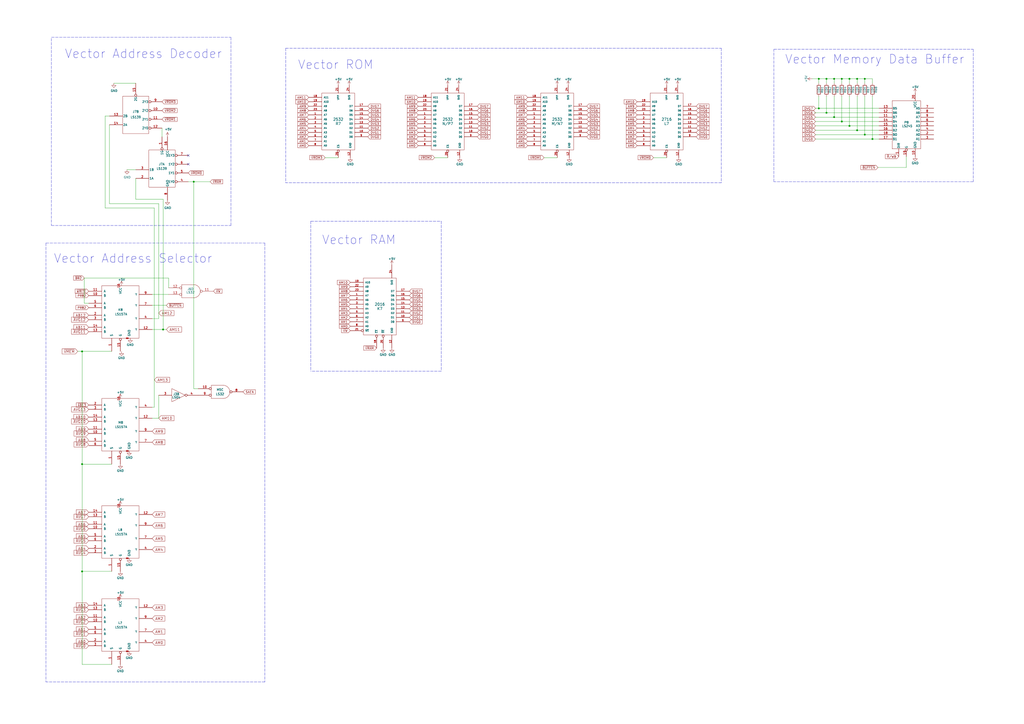
<source format=kicad_sch>
(kicad_sch (version 20211123) (generator eeschema)
  (paper "A2")
  (junction (at 47.625 331.47))
  (junction (at 488.315 70.485))
  (junction (at 497.205 75.565))
  (junction (at 492.76 73.025))
  (junction (at 488.315 45.72))
  (junction (at 497.205 45.72))
  (junction (at 483.87 45.72))
  (junction (at 479.425 65.405))
  (junction (at 501.65 78.105))
  (junction (at 479.425 45.72))
  (junction (at 474.98 62.865))
  (junction (at 492.76 45.72))
  (junction (at 47.625 203.835))
  (junction (at 506.095 80.645))
  (junction (at 483.87 67.945))
  (junction (at 474.98 45.72))
  (junction (at 112.395 105.41))
  (junction (at 501.65 45.72))
  (junction (at 47.625 269.24))
  (junction (at 94.615 191.135))
  (no_connect (at 109.22 90.17))
  (no_connect (at 109.22 95.25))
  (wire (pts (xy 473.075 62.865) (xy 474.98 62.865)))
  (wire (pts (xy 88.265 191.135) (xy 94.615 191.135)))
  (wire (pts (xy 60.96 120.65) (xy 60.96 67.31)))
  (wire (pts (xy 506.095 55.88) (xy 506.095 80.645)))
  (wire (pts (xy 94.615 115.57) (xy 78.74 115.57)))
  (polyline (pts (xy 29.845 130.81) (xy 133.985 130.81)))
  (wire (pts (xy 88.265 184.785) (xy 92.075 184.785)))
  (polyline (pts (xy 255.905 215.265) (xy 180.34 215.265)))
  (polyline (pts (xy 29.845 22.225) (xy 29.845 130.81)))
  (polyline (pts (xy 448.945 28.575) (xy 564.515 28.575)))
  (wire (pts (xy 483.87 45.72) (xy 483.87 48.26)))
  (wire (pts (xy 64.77 269.24) (xy 47.625 269.24)))
  (wire (pts (xy 483.87 45.72) (xy 488.315 45.72)))
  (wire (pts (xy 497.205 45.72) (xy 497.205 48.26)))
  (wire (pts (xy 479.425 45.72) (xy 483.87 45.72)))
  (wire (pts (xy 474.98 45.72) (xy 479.425 45.72)))
  (wire (pts (xy 479.425 45.72) (xy 479.425 48.26)))
  (wire (pts (xy 112.395 105.41) (xy 112.395 225.425)))
  (wire (pts (xy 497.205 55.88) (xy 497.205 75.565)))
  (wire (pts (xy 488.315 45.72) (xy 492.76 45.72)))
  (polyline (pts (xy 180.34 128.27) (xy 255.905 128.27)))
  (wire (pts (xy 473.075 78.105) (xy 501.65 78.105)))
  (polyline (pts (xy 153.67 140.97) (xy 153.67 395.605)))
  (wire (pts (xy 47.625 269.24) (xy 47.625 203.835)))
  (wire (pts (xy 94.615 191.135) (xy 94.615 115.57)))
  (wire (pts (xy 88.265 177.165) (xy 96.52 177.165)))
  (wire (pts (xy 525.78 90.805) (xy 525.78 97.155)))
  (wire (pts (xy 473.075 67.945) (xy 483.87 67.945)))
  (wire (pts (xy 47.625 203.835) (xy 64.77 203.835)))
  (wire (pts (xy 92.075 118.11) (xy 63.5 118.11)))
  (wire (pts (xy 112.395 105.41) (xy 121.92 105.41)))
  (wire (pts (xy 488.315 70.485) (xy 509.905 70.485)))
  (wire (pts (xy 473.075 73.025) (xy 492.76 73.025)))
  (wire (pts (xy 474.98 45.72) (xy 474.98 48.26)))
  (wire (pts (xy 492.76 55.88) (xy 492.76 73.025)))
  (wire (pts (xy 492.76 45.72) (xy 497.205 45.72)))
  (wire (pts (xy 492.76 73.025) (xy 509.905 73.025)))
  (wire (pts (xy 48.895 161.29) (xy 97.79 161.29)))
  (wire (pts (xy 92.075 184.785) (xy 92.075 118.11)))
  (wire (pts (xy 92.075 242.57) (xy 92.075 229.235)))
  (wire (pts (xy 73.66 98.425) (xy 78.74 98.425)))
  (wire (pts (xy 474.98 55.88) (xy 474.98 62.865)))
  (wire (pts (xy 252.095 91.44) (xy 259.715 91.44)))
  (polyline (pts (xy 153.67 395.605) (xy 26.67 395.605)))
  (wire (pts (xy 112.395 225.425) (xy 114.935 225.425)))
  (wire (pts (xy 492.76 45.72) (xy 492.76 48.26)))
  (wire (pts (xy 48.895 161.29) (xy 48.895 175.895)))
  (wire (pts (xy 188.595 91.44) (xy 196.215 91.44)))
  (wire (pts (xy 88.265 242.57) (xy 92.075 242.57)))
  (wire (pts (xy 63.5 118.11) (xy 63.5 72.39)))
  (polyline (pts (xy 180.34 128.27) (xy 180.34 215.265)))
  (wire (pts (xy 47.625 331.47) (xy 47.625 385.445)))
  (polyline (pts (xy 564.515 105.41) (xy 448.945 105.41)))
  (polyline (pts (xy 418.465 106.045) (xy 165.735 106.045)))
  (wire (pts (xy 379.095 91.44) (xy 386.715 91.44)))
  (wire (pts (xy 45.085 203.835) (xy 47.625 203.835)))
  (wire (pts (xy 472.44 65.405) (xy 479.425 65.405)))
  (wire (pts (xy 525.78 97.155) (xy 509.27 97.155)))
  (polyline (pts (xy 29.845 21.59) (xy 133.985 21.59)))
  (polyline (pts (xy 448.945 105.41) (xy 448.945 28.575)))
  (polyline (pts (xy 165.735 27.94) (xy 418.465 27.94)))
  (wire (pts (xy 479.425 55.88) (xy 479.425 65.405)))
  (wire (pts (xy 497.205 45.72) (xy 501.65 45.72)))
  (wire (pts (xy 78.74 115.57) (xy 78.74 103.505)))
  (wire (pts (xy 483.87 55.88) (xy 483.87 67.945)))
  (wire (pts (xy 473.075 80.645) (xy 506.095 80.645)))
  (polyline (pts (xy 165.735 27.94) (xy 165.735 106.045)))
  (polyline (pts (xy 26.67 140.97) (xy 26.67 395.605)))
  (wire (pts (xy 488.315 45.72) (xy 488.315 48.26)))
  (wire (pts (xy 473.075 75.565) (xy 497.205 75.565)))
  (wire (pts (xy 66.04 48.26) (xy 78.74 48.26)))
  (wire (pts (xy 501.65 45.72) (xy 506.095 45.72)))
  (wire (pts (xy 315.595 91.44) (xy 323.215 91.44)))
  (polyline (pts (xy 26.67 140.97) (xy 153.67 140.97)))
  (wire (pts (xy 93.98 74.295) (xy 93.98 79.375)))
  (wire (pts (xy 501.65 45.72) (xy 501.65 48.26)))
  (polyline (pts (xy 133.985 130.81) (xy 133.985 21.59)))
  (wire (pts (xy 47.625 269.24) (xy 47.625 331.47)))
  (wire (pts (xy 479.425 65.405) (xy 509.905 65.405)))
  (wire (pts (xy 473.075 70.485) (xy 488.315 70.485)))
  (wire (pts (xy 497.205 75.565) (xy 509.905 75.565)))
  (polyline (pts (xy 564.515 28.575) (xy 564.515 105.41)))
  (wire (pts (xy 89.535 236.22) (xy 89.535 120.65)))
  (wire (pts (xy 506.095 80.645) (xy 509.905 80.645)))
  (wire (pts (xy 88.265 170.815) (xy 97.79 170.815)))
  (polyline (pts (xy 418.465 27.94) (xy 418.465 106.045)))
  (wire (pts (xy 47.625 331.47) (xy 64.77 331.47)))
  (polyline (pts (xy 255.905 128.27) (xy 255.905 215.265)))
  (wire (pts (xy 501.65 78.105) (xy 509.905 78.105)))
  (wire (pts (xy 109.22 105.41) (xy 112.395 105.41)))
  (wire (pts (xy 48.895 175.895) (xy 51.435 175.895)))
  (wire (pts (xy 94.615 191.135) (xy 96.52 191.135)))
  (wire (pts (xy 474.98 62.865) (xy 509.905 62.865)))
  (wire (pts (xy 488.315 55.88) (xy 488.315 70.485)))
  (wire (pts (xy 97.79 161.29) (xy 97.79 167.005)))
  (wire (pts (xy 88.265 236.22) (xy 89.535 236.22)))
  (wire (pts (xy 47.625 385.445) (xy 64.77 385.445)))
  (wire (pts (xy 501.65 55.88) (xy 501.65 78.105)))
  (wire (pts (xy 483.87 67.945) (xy 509.905 67.945)))
  (wire (pts (xy 506.095 45.72) (xy 506.095 48.26)))
  (wire (pts (xy 89.535 120.65) (xy 60.96 120.65)))
  (wire (pts (xy 60.96 67.31) (xy 63.5 67.31)))
  (wire (pts (xy 471.17 45.72) (xy 474.98 45.72)))
  (text "Vector RAM" (at 186.69 142.24 0) (effects (font (size 5.08 5.08)) (justify left bottom)))
  (text "Vector ROM\n" (at 172.72 40.64 0) (effects (font (size 5.08 5.08)) (justify left bottom)))
  (text "Vector Address Selector\n" (at 31.115 153.035 0) (effects (font (size 5.08 5.08)) (justify left bottom)))
  (text "Vector Address Decoder\n" (at 37.465 34.29 0) (effects (font (size 5.08 5.08)) (justify left bottom)))
  (text "Vector Memory Data Buffer" (at 455.295 37.465 0) (effects (font (size 5.08 5.08)) (justify left bottom)))
  (global_label "~{BUFFEN}" (shape input) (at 96.52 177.165 0) (property "Intersheet References" "${INTERSHEET_REFS}" (effects hide)))
  (global_label "~{VROM0}" (shape input) (at 379.095 91.44 180) (effects (font (size 1.3 1.3))) (property "Intersheet References" "${INTERSHEET_REFS}" (effects hide)))
  (global_label "AM3" (shape input) (at 179.07 76.835 180) (effects (font (size 1.3 1.3))) (property "Intersheet References" "${INTERSHEET_REFS}" (effects hide)))
  (global_label "DVG2" (shape input) (at 276.86 74.295 0) (effects (font (size 1.3 1.3))) (property "Intersheet References" "${INTERSHEET_REFS}" (effects hide)))
  (global_label "AB12" (shape input) (at 51.435 182.88 180) (effects (font (size 1.524 1.524))) (property "Intersheet References" "${INTERSHEET_REFS}" (effects hide)))
  (global_label "DVG1" (shape input) (at 340.36 76.835 0) (effects (font (size 1.3 1.3))) (property "Intersheet References" "${INTERSHEET_REFS}" (effects hide)))
  (global_label "DVG4" (shape input) (at 276.86 69.215 0) (effects (font (size 1.3 1.3))) (property "Intersheet References" "${INTERSHEET_REFS}" (effects hide)))
  (global_label "AM7" (shape input) (at 369.57 66.675 180) (effects (font (size 1.3 1.3))) (property "Intersheet References" "${INTERSHEET_REFS}" (effects hide)))
  (global_label "AB7" (shape input) (at 51.435 297.18 180) (effects (font (size 1.524 1.524))) (property "Intersheet References" "${INTERSHEET_REFS}" (effects hide)))
  (global_label "DVG6" (shape input) (at 276.86 64.135 0) (effects (font (size 1.3 1.3))) (property "Intersheet References" "${INTERSHEET_REFS}" (effects hide)))
  (global_label "AM2" (shape input) (at 369.57 79.375 180) (effects (font (size 1.3 1.3))) (property "Intersheet References" "${INTERSHEET_REFS}" (effects hide)))
  (global_label "DVG3" (shape input) (at 340.36 71.755 0) (effects (font (size 1.3 1.3))) (property "Intersheet References" "${INTERSHEET_REFS}" (effects hide)))
  (global_label "AM6" (shape input) (at 242.57 69.215 180) (effects (font (size 1.3 1.3))) (property "Intersheet References" "${INTERSHEET_REFS}" (effects hide)))
  (global_label "~{VROM1}" (shape input) (at 93.98 69.215 0) (property "Intersheet References" "${INTERSHEET_REFS}" (effects hide)))
  (global_label "AM8" (shape input) (at 369.57 64.135 180) (effects (font (size 1.3 1.3))) (property "Intersheet References" "${INTERSHEET_REFS}" (effects hide)))
  (global_label "AM11" (shape input) (at 242.57 56.515 180) (effects (font (size 1.3 1.3))) (property "Intersheet References" "${INTERSHEET_REFS}" (effects hide)))
  (global_label "DVG6" (shape input) (at 213.36 64.135 0) (effects (font (size 1.3 1.3))) (property "Intersheet References" "${INTERSHEET_REFS}" (effects hide)))
  (global_label "AVG1" (shape input) (at 51.435 367.665 180) (effects (font (size 1.524 1.524))) (property "Intersheet References" "${INTERSHEET_REFS}" (effects hide)))
  (global_label "AM6" (shape input) (at 88.265 304.8 0) (effects (font (size 1.524 1.524))) (property "Intersheet References" "${INTERSHEET_REFS}" (effects hide)))
  (global_label "AM11" (shape input) (at 179.07 56.515 180) (effects (font (size 1.3 1.3))) (property "Intersheet References" "${INTERSHEET_REFS}" (effects hide)))
  (global_label "DVG1" (shape input) (at 213.36 76.835 0) (effects (font (size 1.3 1.3))) (property "Intersheet References" "${INTERSHEET_REFS}" (effects hide)))
  (global_label "AM9" (shape input) (at 179.07 61.595 180) (effects (font (size 1.3 1.3))) (property "Intersheet References" "${INTERSHEET_REFS}" (effects hide)))
  (global_label "AM1" (shape input) (at 179.07 81.915 180) (effects (font (size 1.3 1.3))) (property "Intersheet References" "${INTERSHEET_REFS}" (effects hide)))
  (global_label "~{VW}" (shape input) (at 123.825 168.91 0) (property "Intersheet References" "${INTERSHEET_REFS}" (effects hide)))
  (global_label "AM1" (shape input) (at 88.265 366.395 0) (effects (font (size 1.524 1.524))) (property "Intersheet References" "${INTERSHEET_REFS}" (effects hide)))
  (global_label "AM0" (shape input) (at 179.07 84.455 180) (effects (font (size 1.3 1.3))) (property "Intersheet References" "${INTERSHEET_REFS}" (effects hide)))
  (global_label "~{VROM3}" (shape input) (at 93.98 59.055 0) (property "Intersheet References" "${INTERSHEET_REFS}" (effects hide)))
  (global_label "AVG0" (shape input) (at 51.435 374.65 180) (effects (font (size 1.524 1.524))) (property "Intersheet References" "${INTERSHEET_REFS}" (effects hide)))
  (global_label "AM5" (shape input) (at 88.265 312.42 0) (effects (font (size 1.524 1.524))) (property "Intersheet References" "${INTERSHEET_REFS}" (effects hide)))
  (global_label "DVG4" (shape input) (at 340.36 69.215 0) (effects (font (size 1.3 1.3))) (property "Intersheet References" "${INTERSHEET_REFS}" (effects hide)))
  (global_label "AVG5" (shape input) (at 51.435 313.69 180) (effects (font (size 1.524 1.524))) (property "Intersheet References" "${INTERSHEET_REFS}" (effects hide)))
  (global_label "AM7" (shape input) (at 242.57 66.675 180) (effects (font (size 1.3 1.3))) (property "Intersheet References" "${INTERSHEET_REFS}" (effects hide)))
  (global_label "DVG6" (shape input) (at 237.49 171.45 0) (effects (font (size 1.3 1.3))) (property "Intersheet References" "${INTERSHEET_REFS}" (effects hide)))
  (global_label "~{VROM1}" (shape input) (at 315.595 91.44 180) (effects (font (size 1.3 1.3))) (property "Intersheet References" "${INTERSHEET_REFS}" (effects hide)))
  (global_label "~{VMEM}" (shape input) (at 45.085 203.835 180) (effects (font (size 1.524 1.524))) (property "Intersheet References" "${INTERSHEET_REFS}" (effects hide)))
  (global_label "AM0" (shape input) (at 306.07 84.455 180) (effects (font (size 1.3 1.3))) (property "Intersheet References" "${INTERSHEET_REFS}" (effects hide)))
  (global_label "AVG2" (shape input) (at 51.435 360.68 180) (effects (font (size 1.524 1.524))) (property "Intersheet References" "${INTERSHEET_REFS}" (effects hide)))
  (global_label "AVG11" (shape input) (at 51.435 192.405 180) (effects (font (size 1.524 1.524))) (property "Intersheet References" "${INTERSHEET_REFS}" (effects hide)))
  (global_label "AM5" (shape input) (at 306.07 71.755 180) (effects (font (size 1.3 1.3))) (property "Intersheet References" "${INTERSHEET_REFS}" (effects hide)))
  (global_label "DVG4" (shape input) (at 213.36 69.215 0) (effects (font (size 1.3 1.3))) (property "Intersheet References" "${INTERSHEET_REFS}" (effects hide)))
  (global_label "AB3" (shape input) (at 51.435 351.155 180) (effects (font (size 1.524 1.524))) (property "Intersheet References" "${INTERSHEET_REFS}" (effects hide)))
  (global_label "DVG6" (shape input) (at 403.86 64.135 0) (effects (font (size 1.3 1.3))) (property "Intersheet References" "${INTERSHEET_REFS}" (effects hide)))
  (global_label "DVG7" (shape input) (at 276.86 61.595 0) (effects (font (size 1.3 1.3))) (property "Intersheet References" "${INTERSHEET_REFS}" (effects hide)))
  (global_label "AM1" (shape input) (at 242.57 81.915 180) (effects (font (size 1.3 1.3))) (property "Intersheet References" "${INTERSHEET_REFS}" (effects hide)))
  (global_label "AB9" (shape input) (at 51.435 248.92 180) (effects (font (size 1.524 1.524))) (property "Intersheet References" "${INTERSHEET_REFS}" (effects hide)))
  (global_label "AM7" (shape input) (at 88.265 298.45 0) (effects (font (size 1.524 1.524))) (property "Intersheet References" "${INTERSHEET_REFS}" (effects hide)))
  (global_label "~{AB13}" (shape input) (at 51.435 234.95 180) (property "Intersheet References" "${INTERSHEET_REFS}" (effects hide)))
  (global_label "DVG2" (shape input) (at 213.36 74.295 0) (effects (font (size 1.3 1.3))) (property "Intersheet References" "${INTERSHEET_REFS}" (effects hide)))
  (global_label "DVG4" (shape input) (at 403.86 69.215 0) (effects (font (size 1.3 1.3))) (property "Intersheet References" "${INTERSHEET_REFS}" (effects hide)))
  (global_label "AM2" (shape input) (at 88.265 358.775 0) (effects (font (size 1.524 1.524))) (property "Intersheet References" "${INTERSHEET_REFS}" (effects hide)))
  (global_label "DVG3" (shape input) (at 276.86 71.755 0) (effects (font (size 1.3 1.3))) (property "Intersheet References" "${INTERSHEET_REFS}" (effects hide)))
  (global_label "AVG7" (shape input) (at 51.435 299.72 180) (effects (font (size 1.524 1.524))) (property "Intersheet References" "${INTERSHEET_REFS}" (effects hide)))
  (global_label "AM10" (shape input) (at 242.57 59.055 180) (effects (font (size 1.3 1.3))) (property "Intersheet References" "${INTERSHEET_REFS}" (effects hide)))
  (global_label "AM2" (shape input) (at 179.07 79.375 180) (effects (font (size 1.3 1.3))) (property "Intersheet References" "${INTERSHEET_REFS}" (effects hide)))
  (global_label "DVG7" (shape input) (at 237.49 168.91 0) (effects (font (size 1.3 1.3))) (property "Intersheet References" "${INTERSHEET_REFS}" (effects hide)))
  (global_label "DVG1" (shape input) (at 403.86 76.835 0) (effects (font (size 1.3 1.3))) (property "Intersheet References" "${INTERSHEET_REFS}" (effects hide)))
  (global_label "AM4" (shape input) (at 179.07 74.295 180) (effects (font (size 1.3 1.3))) (property "Intersheet References" "${INTERSHEET_REFS}" (effects hide)))
  (global_label "AM10" (shape input) (at 203.2 163.83 180) (effects (font (size 1.3 1.3))) (property "Intersheet References" "${INTERSHEET_REFS}" (effects hide)))
  (global_label "AM6" (shape input) (at 179.07 69.215 180) (effects (font (size 1.3 1.3))) (property "Intersheet References" "${INTERSHEET_REFS}" (effects hide)))
  (global_label "PR82" (shape input) (at 51.435 171.45 180) (property "Intersheet References" "${INTERSHEET_REFS}" (effects hide)))
  (global_label "DVG1" (shape input) (at 276.86 76.835 0) (effects (font (size 1.3 1.3))) (property "Intersheet References" "${INTERSHEET_REFS}" (effects hide)))
  (global_label "DVG0" (shape input) (at 213.36 79.375 0) (effects (font (size 1.3 1.3))) (property "Intersheet References" "${INTERSHEET_REFS}" (effects hide)))
  (global_label "SAEN" (shape input) (at 140.97 227.33 0) (property "Intersheet References" "${INTERSHEET_REFS}" (effects hide)))
  (global_label "AVG12" (shape input) (at 51.435 185.42 180) (effects (font (size 1.524 1.524))) (property "Intersheet References" "${INTERSHEET_REFS}" (effects hide)))
  (global_label "DVG4" (shape input) (at 237.49 176.53 0) (effects (font (size 1.3 1.3))) (property "Intersheet References" "${INTERSHEET_REFS}" (effects hide)))
  (global_label "AM10" (shape input) (at 179.07 59.055 180) (effects (font (size 1.3 1.3))) (property "Intersheet References" "${INTERSHEET_REFS}" (effects hide)))
  (global_label "AM0" (shape input) (at 203.2 189.23 180) (effects (font (size 1.3 1.3))) (property "Intersheet References" "${INTERSHEET_REFS}" (effects hide)))
  (global_label "AM2" (shape input) (at 306.07 79.375 180) (effects (font (size 1.3 1.3))) (property "Intersheet References" "${INTERSHEET_REFS}" (effects hide)))
  (global_label "~{R}{slash}WB" (shape input) (at 521.335 90.805 180) (property "Intersheet References" "${INTERSHEET_REFS}" (effects hide)))
  (global_label "DVG2" (shape input) (at 340.36 74.295 0) (effects (font (size 1.3 1.3))) (property "Intersheet References" "${INTERSHEET_REFS}" (effects hide)))
  (global_label "AM9" (shape input) (at 203.2 166.37 180) (effects (font (size 1.3 1.3))) (property "Intersheet References" "${INTERSHEET_REFS}" (effects hide)))
  (global_label "~{WRITE}" (shape input) (at 51.435 168.91 180) (property "Intersheet References" "${INTERSHEET_REFS}" (effects hide)))
  (global_label "DVG5" (shape input) (at 213.36 66.675 0) (effects (font (size 1.3 1.3))) (property "Intersheet References" "${INTERSHEET_REFS}" (effects hide)))
  (global_label "AM9" (shape input) (at 242.57 61.595 180) (effects (font (size 1.3 1.3))) (property "Intersheet References" "${INTERSHEET_REFS}" (effects hide)))
  (global_label "AB2" (shape input) (at 51.435 358.14 180) (effects (font (size 1.524 1.524))) (property "Intersheet References" "${INTERSHEET_REFS}" (effects hide)))
  (global_label "AM6" (shape input) (at 369.57 69.215 180) (effects (font (size 1.3 1.3))) (property "Intersheet References" "${INTERSHEET_REFS}" (effects hide)))
  (global_label "AB10" (shape input) (at 51.435 241.935 180) (effects (font (size 1.524 1.524))) (property "Intersheet References" "${INTERSHEET_REFS}" (effects hide)))
  (global_label "DVG2" (shape input) (at 403.86 74.295 0) (effects (font (size 1.3 1.3))) (property "Intersheet References" "${INTERSHEET_REFS}" (effects hide)))
  (global_label "AM3" (shape input) (at 242.57 76.835 180) (effects (font (size 1.3 1.3))) (property "Intersheet References" "${INTERSHEET_REFS}" (effects hide)))
  (global_label "DVG3" (shape input) (at 473.075 73.025 180) (effects (font (size 1.3 1.3))) (property "Intersheet References" "${INTERSHEET_REFS}" (effects hide)))
  (global_label "AVG3" (shape input) (at 51.435 353.695 180) (effects (font (size 1.524 1.524))) (property "Intersheet References" "${INTERSHEET_REFS}" (effects hide)))
  (global_label "DVG0" (shape input) (at 340.36 79.375 0) (effects (font (size 1.3 1.3))) (property "Intersheet References" "${INTERSHEET_REFS}" (effects hide)))
  (global_label "AM5" (shape input) (at 179.07 71.755 180) (effects (font (size 1.3 1.3))) (property "Intersheet References" "${INTERSHEET_REFS}" (effects hide)))
  (global_label "AB5" (shape input) (at 51.435 311.15 180) (effects (font (size 1.524 1.524))) (property "Intersheet References" "${INTERSHEET_REFS}" (effects hide)))
  (global_label "DVG0" (shape input) (at 473.075 80.645 180) (effects (font (size 1.3 1.3))) (property "Intersheet References" "${INTERSHEET_REFS}" (effects hide)))
  (global_label "~{VROM2}" (shape input) (at 93.98 64.135 0) (property "Intersheet References" "${INTERSHEET_REFS}" (effects hide)))
  (global_label "AM11" (shape input) (at 96.52 191.135 0) (effects (font (size 1.524 1.524))) (property "Intersheet References" "${INTERSHEET_REFS}" (effects hide)))
  (global_label "AM7" (shape input) (at 306.07 66.675 180) (effects (font (size 1.3 1.3))) (property "Intersheet References" "${INTERSHEET_REFS}" (effects hide)))
  (global_label "DVG4" (shape input) (at 473.075 70.485 180) (effects (font (size 1.3 1.3))) (property "Intersheet References" "${INTERSHEET_REFS}" (effects hide)))
  (global_label "AB1" (shape input) (at 51.435 365.125 180) (effects (font (size 1.524 1.524))) (property "Intersheet References" "${INTERSHEET_REFS}" (effects hide)))
  (global_label "DVG6" (shape input) (at 473.075 65.405 180) (effects (font (size 1.3 1.3))) (property "Intersheet References" "${INTERSHEET_REFS}" (effects hide)))
  (global_label "DVG3" (shape input) (at 237.49 179.07 0) (effects (font (size 1.3 1.3))) (property "Intersheet References" "${INTERSHEET_REFS}" (effects hide)))
  (global_label "AM9" (shape input) (at 306.07 61.595 180) (effects (font (size 1.3 1.3))) (property "Intersheet References" "${INTERSHEET_REFS}" (effects hide)))
  (global_label "AM10" (shape input) (at 92.075 242.57 0) (effects (font (size 1.524 1.524))) (property "Intersheet References" "${INTERSHEET_REFS}" (effects hide)))
  (global_label "AM4" (shape input) (at 306.07 74.295 180) (effects (font (size 1.3 1.3))) (property "Intersheet References" "${INTERSHEET_REFS}" (effects hide)))
  (global_label "DVG1" (shape input) (at 473.075 78.105 180) (effects (font (size 1.3 1.3))) (property "Intersheet References" "${INTERSHEET_REFS}" (effects hide)))
  (global_label "AB11" (shape input) (at 51.435 189.865 180) (effects (font (size 1.524 1.524))) (property "Intersheet References" "${INTERSHEET_REFS}" (effects hide)))
  (global_label "PR82" (shape input) (at 51.435 178.435 180) (property "Intersheet References" "${INTERSHEET_REFS}" (effects hide)))
  (global_label "DVG0" (shape input) (at 276.86 79.375 0) (effects (font (size 1.3 1.3))) (property "Intersheet References" "${INTERSHEET_REFS}" (effects hide)))
  (global_label "DVG5" (shape input) (at 403.86 66.675 0) (effects (font (size 1.3 1.3))) (property "Intersheet References" "${INTERSHEET_REFS}" (effects hide)))
  (global_label "DVG5" (shape input) (at 340.36 66.675 0) (effects (font (size 1.3 1.3))) (property "Intersheet References" "${INTERSHEET_REFS}" (effects hide)))
  (global_label "DVG7" (shape input) (at 403.86 61.595 0) (effects (font (size 1.3 1.3))) (property "Intersheet References" "${INTERSHEET_REFS}" (effects hide)))
  (global_label "~{BΦ2}" (shape input) (at 48.895 161.29 180) (property "Intersheet References" "${INTERSHEET_REFS}" (effects hide)))
  (global_label "DVG6" (shape input) (at 340.36 64.135 0) (effects (font (size 1.3 1.3))) (property "Intersheet References" "${INTERSHEET_REFS}" (effects hide)))
  (global_label "AM5" (shape input) (at 242.57 71.755 180) (effects (font (size 1.3 1.3))) (property "Intersheet References" "${INTERSHEET_REFS}" (effects hide)))
  (global_label "AM7" (shape input) (at 203.2 171.45 180) (effects (font (size 1.3 1.3))) (property "Intersheet References" "${INTERSHEET_REFS}" (effects hide)))
  (global_label "AM3" (shape input) (at 369.57 76.835 180) (effects (font (size 1.3 1.3))) (property "Intersheet References" "${INTERSHEET_REFS}" (effects hide)))
  (global_label "AM10" (shape input) (at 369.57 59.055 180) (effects (font (size 1.3 1.3))) (property "Intersheet References" "${INTERSHEET_REFS}" (effects hide)))
  (global_label "AM2" (shape input) (at 203.2 184.15 180) (effects (font (size 1.3 1.3))) (property "Intersheet References" "${INTERSHEET_REFS}" (effects hide)))
  (global_label "DVG0" (shape input) (at 403.86 79.375 0) (effects (font (size 1.3 1.3))) (property "Intersheet References" "${INTERSHEET_REFS}" (effects hide)))
  (global_label "AM1" (shape input) (at 369.57 81.915 180) (effects (font (size 1.3 1.3))) (property "Intersheet References" "${INTERSHEET_REFS}" (effects hide)))
  (global_label "DVG1" (shape input) (at 237.49 184.15 0) (effects (font (size 1.3 1.3))) (property "Intersheet References" "${INTERSHEET_REFS}" (effects hide)))
  (global_label "~{VW}" (shape input) (at 203.2 191.77 180) (effects (font (size 1.3 1.3))) (property "Intersheet References" "${INTERSHEET_REFS}" (effects hide)))
  (global_label "AM6" (shape input) (at 203.2 173.99 180) (effects (font (size 1.3 1.3))) (property "Intersheet References" "${INTERSHEET_REFS}" (effects hide)))
  (global_label "AM8" (shape input) (at 203.2 168.91 180) (effects (font (size 1.3 1.3))) (property "Intersheet References" "${INTERSHEET_REFS}" (effects hide)))
  (global_label "AM0" (shape input) (at 88.265 372.745 0) (effects (font (size 1.524 1.524))) (property "Intersheet References" "${INTERSHEET_REFS}" (effects hide)))
  (global_label "AM8" (shape input) (at 88.265 256.54 0) (effects (font (size 1.524 1.524))) (property "Intersheet References" "${INTERSHEET_REFS}" (effects hide)))
  (global_label "AM4" (shape input) (at 242.57 74.295 180) (effects (font (size 1.3 1.3))) (property "Intersheet References" "${INTERSHEET_REFS}" (effects hide)))
  (global_label "AM3" (shape input) (at 306.07 76.835 180) (effects (font (size 1.3 1.3))) (property "Intersheet References" "${INTERSHEET_REFS}" (effects hide)))
  (global_label "DVG2" (shape input) (at 473.075 75.565 180) (effects (font (size 1.3 1.3))) (property "Intersheet References" "${INTERSHEET_REFS}" (effects hide)))
  (global_label "~{VRAM}" (shape input) (at 121.92 105.41 0) (property "Intersheet References" "${INTERSHEET_REFS}" (effects hide)))
  (global_label "AM1" (shape input) (at 203.2 186.69 180) (effects (font (size 1.3 1.3))) (property "Intersheet References" "${INTERSHEET_REFS}" (effects hide)))
  (global_label "AM0" (shape input) (at 242.57 84.455 180) (effects (font (size 1.3 1.3))) (property "Intersheet References" "${INTERSHEET_REFS}" (effects hide)))
  (global_label "AM3" (shape input) (at 203.2 181.61 180) (effects (font (size 1.3 1.3))) (property "Intersheet References" "${INTERSHEET_REFS}" (effects hide)))
  (global_label "DVG7" (shape input) (at 340.36 61.595 0) (effects (font (size 1.3 1.3))) (property "Intersheet References" "${INTERSHEET_REFS}" (effects hide)))
  (global_label "AM8" (shape input) (at 306.07 64.135 180) (effects (font (size 1.3 1.3))) (property "Intersheet References" "${INTERSHEET_REFS}" (effects hide)))
  (global_label "AM0" (shape input) (at 369.57 84.455 180) (effects (font (size 1.3 1.3))) (property "Intersheet References" "${INTERSHEET_REFS}" (effects hide)))
  (global_label "AM6" (shape input) (at 306.07 69.215 180) (effects (font (size 1.3 1.3))) (property "Intersheet References" "${INTERSHEET_REFS}" (effects hide)))
  (global_label "AM1" (shape input) (at 306.07 81.915 180) (effects (font (size 1.3 1.3))) (property "Intersheet References" "${INTERSHEET_REFS}" (effects hide)))
  (global_label "~{VROM2}" (shape input) (at 252.095 91.44 180) (effects (font (size 1.3 1.3))) (property "Intersheet References" "${INTERSHEET_REFS}" (effects hide)))
  (global_label "AM4" (shape input) (at 88.265 318.77 0) (effects (font (size 1.524 1.524))) (property "Intersheet References" "${INTERSHEET_REFS}" (effects hide)))
  (global_label "AB0" (shape input) (at 51.435 372.11 180) (effects (font (size 1.524 1.524))) (property "Intersheet References" "${INTERSHEET_REFS}" (effects hide)))
  (global_label "AM10" (shape input) (at 306.07 59.055 180) (effects (font (size 1.3 1.3))) (property "Intersheet References" "${INTERSHEET_REFS}" (effects hide)))
  (global_label "DVG7" (shape input) (at 473.075 62.865 180) (effects (font (size 1.3 1.3))) (property "Intersheet References" "${INTERSHEET_REFS}" (effects hide)))
  (global_label "AM9" (shape input) (at 369.57 61.595 180) (effects (font (size 1.3 1.3))) (property "Intersheet References" "${INTERSHEET_REFS}" (effects hide)))
  (global_label "AM5" (shape input) (at 369.57 71.755 180) (effects (font (size 1.3 1.3))) (property "Intersheet References" "${INTERSHEET_REFS}" (effects hide)))
  (global_label "AM13" (shape input) (at 89.535 220.345 0) (effects (font (size 1.524 1.524))) (property "Intersheet References" "${INTERSHEET_REFS}" (effects hide)))
  (global_label "AVG10" (shape input) (at 51.435 244.475 180) (effects (font (size 1.524 1.524))) (property "Intersheet References" "${INTERSHEET_REFS}" (effects hide)))
  (global_label "AM4" (shape input) (at 203.2 179.07 180) (effects (font (size 1.3 1.3))) (property "Intersheet References" "${INTERSHEET_REFS}" (effects hide)))
  (global_label "AVG8" (shape input) (at 51.435 257.81 180) (effects (font (size 1.524 1.524))) (property "Intersheet References" "${INTERSHEET_REFS}" (effects hide)))
  (global_label "AM8" (shape input) (at 242.57 64.135 180) (effects (font (size 1.3 1.3))) (property "Intersheet References" "${INTERSHEET_REFS}" (effects hide)))
  (global_label "AM5" (shape input) (at 203.2 176.53 180) (effects (font (size 1.3 1.3))) (property "Intersheet References" "${INTERSHEET_REFS}" (effects hide)))
  (global_label "AVG4" (shape input) (at 51.435 320.675 180) (effects (font (size 1.524 1.524))) (property "Intersheet References" "${INTERSHEET_REFS}" (effects hide)))
  (global_label "AB6" (shape input) (at 51.435 304.165 180) (effects (font (size 1.524 1.524))) (property "Intersheet References" "${INTERSHEET_REFS}" (effects hide)))
  (global_label "~{BUFFEN}" (shape input) (at 509.27 97.155 180) (effects (font (size 1.3 1.3))) (property "Intersheet References" "${INTERSHEET_REFS}" (effects hide)))
  (global_label "AM4" (shape input) (at 369.57 74.295 180) (effects (font (size 1.3 1.3))) (property "Intersheet References" "${INTERSHEET_REFS}" (effects hide)))
  (global_label "AM9" (shape input) (at 88.265 250.19 0) (effects (font (size 1.524 1.524))) (property "Intersheet References" "${INTERSHEET_REFS}" (effects hide)))
  (global_label "DVG3" (shape input) (at 403.86 71.755 0) (effects (font (size 1.3 1.3))) (property "Intersheet References" "${INTERSHEET_REFS}" (effects hide)))
  (global_label "DVG5" (shape input) (at 237.49 173.99 0) (effects (font (size 1.3 1.3))) (property "Intersheet References" "${INTERSHEET_REFS}" (effects hide)))
  (global_label "DVG7" (shape input) (at 213.36 61.595 0) (effects (font (size 1.3 1.3))) (property "Intersheet References" "${INTERSHEET_REFS}" (effects hide)))
  (global_label "~{VROM0}" (shape input) (at 109.22 100.33 0) (property "Intersheet References" "${INTERSHEET_REFS}" (effects hide)))
  (global_label "AM12" (shape input) (at 92.075 181.61 0) (effects (font (size 1.524 1.524))) (property "Intersheet References" "${INTERSHEET_REFS}" (effects hide)))
  (global_label "AM7" (shape input) (at 179.07 66.675 180) (effects (font (size 1.3 1.3))) (property "Intersheet References" "${INTERSHEET_REFS}" (effects hide)))
  (global_label "AB8" (shape input) (at 51.435 255.27 180) (effects (font (size 1.524 1.524))) (property "Intersheet References" "${INTERSHEET_REFS}" (effects hide)))
  (global_label "AM2" (shape input) (at 242.57 79.375 180) (effects (font (size 1.3 1.3))) (property "Intersheet References" "${INTERSHEET_REFS}" (effects hide)))
  (global_label "DVG2" (shape input) (at 237.49 181.61 0) (effects (font (size 1.3 1.3))) (property "Intersheet References" "${INTERSHEET_REFS}" (effects hide)))
  (global_label "AM11" (shape input) (at 306.07 56.515 180) (effects (font (size 1.3 1.3))) (property "Intersheet References" "${INTERSHEET_REFS}" (effects hide)))
  (global_label "DVG0" (shape input) (at 237.49 186.69 0) (effects (font (size 1.3 1.3))) (property "Intersheet References" "${INTERSHEET_REFS}" (effects hide)))
  (global_label "AB4" (shape input) (at 51.435 318.135 180) (effects (font (size 1.524 1.524))) (property "Intersheet References" "${INTERSHEET_REFS}" (effects hide)))
  (global_label "DVG5" (shape input) (at 276.86 66.675 0) (effects (font (size 1.3 1.3))) (property "Intersheet References" "${INTERSHEET_REFS}" (effects hide)))
  (global_label "AM3" (shape input) (at 88.265 352.425 0) (effects (font (size 1.524 1.524))) (property "Intersheet References" "${INTERSHEET_REFS}" (effects hide)))
  (global_label "AVG13" (shape input) (at 51.435 237.49 180) (effects (font (size 1.524 1.524))) (property "Intersheet References" "${INTERSHEET_REFS}" (effects hide)))
  (global_label "DVG3" (shape input) (at 213.36 71.755 0) (effects (font (size 1.3 1.3))) (property "Intersheet References" "${INTERSHEET_REFS}" (effects hide)))
  (global_label "~{VRAM}" (shape input) (at 218.44 201.93 180) (effects (font (size 1.3 1.3))) (property "Intersheet References" "${INTERSHEET_REFS}" (effects hide)))
  (global_label "DVG5" (shape input) (at 473.075 67.945 180) (effects (font (size 1.3 1.3))) (property "Intersheet References" "${INTERSHEET_REFS}" (effects hide)))
  (global_label "AM8" (shape input) (at 179.07 64.135 180) (effects (font (size 1.3 1.3))) (property "Intersheet References" "${INTERSHEET_REFS}" (effects hide)))
  (global_label "AVG6" (shape input) (at 51.435 306.705 180) (effects (font (size 1.524 1.524))) (property "Intersheet References" "${INTERSHEET_REFS}" (effects hide)))
  (global_label "AVG9" (shape input) (at 51.435 251.46 180) (effects (font (size 1.524 1.524))) (property "Intersheet References" "${INTERSHEET_REFS}" (effects hide)))
  (global_label "~{VROM3}" (shape input) (at 188.595 91.44 180) (effects (font (size 1.3 1.3))) (property "Intersheet References" "${INTERSHEET_REFS}" (effects hide)))
  (symbol (lib_id "Device:R") (at 501.65 52.07 0) (unit 1)
    (property "Reference" "R67" (at 503.682 52.07 90))
    (property "Value" "10K" (at 501.65 52.07 90))
    (property "Footprint" "Star_Wars_Vector_PCB:GenericComp" (effects hide))
  )
  (symbol (lib_id "Star_Wars_Vector_PCB:137211-001") (at 220.345 177.8 0) (unit 1)
    (property "Reference" "K7" (at 220.345 179.07 0) (effects (font (size 1.524 1.524))))
    (property "Value" "2016" (at 220.345 176.53 0) (effects (font (size 1.524 1.524))))
    (property "Footprint" "Star_Wars_Vector_PCB:DDIP24" (effects hide))
  )
  (symbol (lib_id "power:+5V") (at 323.215 49.53 0) (unit 1)
    (property "Reference" "#PWR0462" (effects hide))
    (property "Value" "+5V" (at 323.215 45.974 0))
  )
  (symbol (lib_id "power:GND") (at 70.485 203.835 0) (unit 1)
    (property "Reference" "#PWR0478" (effects hide))
    (property "Value" "GND" (at 70.485 207.645 0))
  )
  (symbol (lib_id "power:+5V") (at 227.33 153.67 0) (unit 1)
    (property "Reference" "#PWR0474" (effects hide))
    (property "Value" "+5V" (at 227.33 150.114 0))
  )
  (symbol (lib_id "power:GND") (at 74.93 261.62 0) (unit 1)
    (property "Reference" "#PWR0482" (effects hide))
    (property "Value" "GND" (at 74.93 265.43 0))
  )
  (symbol (lib_id "power:+5V") (at 393.065 49.53 0) (unit 1)
    (property "Reference" "#PWR0458" (effects hide))
    (property "Value" "+5V" (at 393.065 45.974 0))
  )
  (symbol (lib_id "power:GND") (at 69.85 331.47 0) (unit 1)
    (property "Reference" "#PWR0464" (effects hide))
    (property "Value" "GND" (at 69.85 335.28 0))
  )
  (symbol (lib_id "Star_Wars_Vector_PCB:2732_A") (at 196.215 70.485 0) (unit 1)
    (property "Reference" "R7" (at 196.215 71.755 0) (effects (font (size 1.524 1.524))))
    (property "Value" "2532" (at 196.215 69.215 0) (effects (font (size 1.524 1.524))))
    (property "Footprint" "Star_Wars_Vector_PCB:DDIP24" (effects hide))
  )
  (symbol (lib_id "power:+5V") (at 69.85 347.345 0) (unit 1)
    (property "Reference" "#PWR0465" (effects hide))
    (property "Value" "+5V" (at 69.85 343.789 0))
  )
  (symbol (lib_id "Star_Wars_Vector_PCB:2732_A") (at 323.215 70.485 0) (unit 1)
    (property "Reference" "M/N7" (at 323.215 71.755 0) (effects (font (size 1.524 1.524))))
    (property "Value" "2532" (at 323.215 69.215 0) (effects (font (size 1.524 1.524))))
    (property "Footprint" "Star_Wars_Vector_PCB:DDIP24" (effects hide))
  )
  (symbol (lib_id "power:+5V") (at 259.715 49.53 0) (unit 1)
    (property "Reference" "#PWR0452" (effects hide))
    (property "Value" "+5V" (at 259.715 45.974 0))
  )
  (symbol (lib_id "Asteroids:LS139") (at 78.74 66.675 0) (unit 2)
    (property "Reference" "J7" (at 78.74 64.77 0))
    (property "Value" "LS139" (at 78.74 67.945 0))
  )
  (symbol (lib_id "Device:R") (at 474.98 52.07 0) (unit 1)
    (property "Reference" "R61" (at 477.012 52.07 90))
    (property "Value" "10K" (at 474.98 52.07 90))
    (property "Footprint" "Star_Wars_Vector_PCB:GenericComp" (effects hide))
  )
  (symbol (lib_id "power:+5V") (at 69.85 293.37 0) (unit 1)
    (property "Reference" "#PWR0479" (effects hide))
    (property "Value" "+5V" (at 69.85 289.814 0))
  )
  (symbol (lib_id "power:GND") (at 330.2 91.44 0) (unit 1)
    (property "Reference" "#PWR0461" (effects hide))
    (property "Value" "GND" (at 330.2 95.25 0))
  )
  (symbol (lib_id "power:GND") (at 393.7 91.44 0) (unit 1)
    (property "Reference" "#PWR0460" (effects hide))
    (property "Value" "GND" (at 393.7 95.25 0))
  )
  (symbol (lib_id "Device:R") (at 479.425 52.07 0) (unit 1)
    (property "Reference" "R62" (at 481.457 52.07 90))
    (property "Value" "10K" (at 479.425 52.07 90))
    (property "Footprint" "Star_Wars_Vector_PCB:GenericComp" (effects hide))
  )
  (symbol (lib_id "power:+5V") (at 530.86 53.975 0) (unit 1)
    (property "Reference" "#PWR0449" (effects hide))
    (property "Value" "+5V" (at 530.86 50.419 0))
  )
  (symbol (lib_id "Star_Wars_Vector_PCB:LS245") (at 525.78 72.39 0) (unit 1)
    (property "Reference" "P8" (at 524.51 71.755 0) (effects (justify left bottom)))
    (property "Value" "LS245" (at 523.24 72.39 0) (effects (justify left top)))
    (property "Footprint" "Star_Wars_Vector_PCB:DIP20" (effects hide))
  )
  (symbol (lib_id "power:GND") (at 66.04 48.26 0) (unit 1)
    (property "Reference" "#PWR0472" (effects hide))
    (property "Value" "GND" (at 66.167 52.6542 0))
  )
  (symbol (lib_id "power:GND") (at 227.33 201.93 0) (unit 1)
    (property "Reference" "#PWR0475" (effects hide))
    (property "Value" "GND" (at 227.33 205.74 0))
  )
  (symbol (lib_id "power:+5V") (at 69.85 231.14 0) (unit 1)
    (property "Reference" "#PWR0480" (effects hide))
    (property "Value" "+5V" (at 69.85 227.584 0))
  )
  (symbol (lib_id "power:GND") (at 69.85 269.24 0) (unit 1)
    (property "Reference" "#PWR0481" (effects hide))
    (property "Value" "GND" (at 69.85 273.05 0))
  )
  (symbol (lib_id "power:GND") (at 74.93 323.85 0) (unit 1)
    (property "Reference" "#PWR0466" (effects hide))
    (property "Value" "GND" (at 74.93 327.66 0))
  )
  (symbol (lib_id "Device:R") (at 488.315 52.07 0) (unit 1)
    (property "Reference" "R64" (at 490.347 52.07 90))
    (property "Value" "10K" (at 488.315 52.07 90))
    (property "Footprint" "Star_Wars_Vector_PCB:GenericComp" (effects hide))
  )
  (symbol (lib_id "power:GND") (at 75.565 196.215 0) (unit 1)
    (property "Reference" "#PWR0477" (effects hide))
    (property "Value" "GND" (at 75.565 200.025 0))
  )
  (symbol (lib_id "power:GND") (at 530.86 90.805 0) (unit 1)
    (property "Reference" "#PWR0450" (effects hide))
    (property "Value" "GND" (at 530.86 94.615 0))
  )
  (symbol (lib_name "LS157A_2") (lib_id "atari_grav_bw:LS157A") (at 69.85 308.61 0) (unit 1)
    (property "Reference" "L8" (at 68.58 307.34 0) (effects (justify left)))
    (property "Value" "LS157A" (at 66.675 309.88 0) (effects (justify left)))
  )
  (symbol (lib_id "power:GND") (at 97.155 116.205 0) (unit 1)
    (property "Reference" "#PWR0473" (effects hide))
    (property "Value" "GND" (at 97.282 120.5992 0))
  )
  (symbol (lib_id "power:GND") (at 203.2 91.44 0) (unit 1)
    (property "Reference" "#PWR0457" (effects hide))
    (property "Value" "GND" (at 203.2 95.25 0))
  )
  (symbol (lib_id "power:GND") (at 222.25 201.93 0) (unit 1)
    (property "Reference" "#PWR0476" (effects hide))
    (property "Value" "GND" (at 222.25 205.74 0))
  )
  (symbol (lib_name "LS157A_2") (lib_id "atari_grav_bw:LS157A") (at 69.85 362.585 0) (unit 1)
    (property "Reference" "L?" (at 68.58 361.315 0) (effects (justify left)))
    (property "Value" "LS157A" (at 66.675 363.855 0) (effects (justify left)))
  )
  (symbol (lib_id "power:+5V") (at 202.565 49.53 0) (unit 1)
    (property "Reference" "#PWR0455" (effects hide))
    (property "Value" "+5V" (at 202.565 45.974 0))
  )
  (symbol (lib_id "power:+5V") (at 196.215 49.53 0) (unit 1)
    (property "Reference" "#PWR0456" (effects hide))
    (property "Value" "+5V" (at 196.215 45.974 0))
  )
  (symbol (lib_id "power:GND") (at 73.66 98.425 0) (unit 1)
    (property "Reference" "#PWR0470" (effects hide))
    (property "Value" "GND" (at 73.787 102.8192 0))
  )
  (symbol (lib_id "Device:R") (at 483.87 52.07 0) (unit 1)
    (property "Reference" "R63" (at 485.902 52.07 90))
    (property "Value" "10K" (at 483.87 52.07 90))
    (property "Footprint" "Star_Wars_Vector_PCB:GenericComp" (effects hide))
  )
  (symbol (lib_id "Device:R") (at 492.76 52.07 0) (unit 1)
    (property "Reference" "R65" (at 494.792 52.07 90))
    (property "Value" "10K" (at 492.76 52.07 90))
    (property "Footprint" "Star_Wars_Vector_PCB:GenericComp" (effects hide))
  )
  (symbol (lib_id "power:+5V") (at 266.065 49.53 0) (unit 1)
    (property "Reference" "#PWR0453" (effects hide))
    (property "Value" "+5V" (at 266.065 45.974 0))
  )
  (symbol (lib_id "Star_Wars_Vector_PCB:2732_A") (at 259.715 70.485 0) (unit 1)
    (property "Reference" "N/P7" (at 259.715 71.755 0) (effects (font (size 1.524 1.524))))
    (property "Value" "2532" (at 259.715 69.215 0) (effects (font (size 1.524 1.524))))
    (property "Footprint" "Star_Wars_Vector_PCB:DDIP24" (effects hide))
  )
  (symbol (lib_id "power:GND") (at 266.7 91.44 0) (unit 1)
    (property "Reference" "#PWR0454" (effects hide))
    (property "Value" "GND" (at 266.7 95.25 0))
  )
  (symbol (lib_id "power:GND") (at 69.85 385.445 0) (unit 1)
    (property "Reference" "#PWR0467" (effects hide))
    (property "Value" "GND" (at 69.85 389.255 0))
  )
  (symbol (lib_id "power:+5V") (at 329.565 49.53 0) (unit 1)
    (property "Reference" "#PWR0463" (effects hide))
    (property "Value" "+5V" (at 329.565 45.974 0))
  )
  (symbol (lib_id "power:+5V") (at 97.155 79.375 0) (unit 1)
    (property "Reference" "#PWR0471" (effects hide))
    (property "Value" "+5V" (at 97.536 74.9808 0))
  )
  (symbol (lib_id "power:GND") (at 74.93 377.825 0) (unit 1)
    (property "Reference" "#PWR0468" (effects hide))
    (property "Value" "GND" (at 74.93 381.635 0))
  )
  (symbol (lib_id "Device:R") (at 497.205 52.07 0) (unit 1)
    (property "Reference" "R66" (at 499.237 52.07 90))
    (property "Value" "10K" (at 497.205 52.07 90))
    (property "Footprint" "Star_Wars_Vector_PCB:GenericComp" (effects hide))
  )
  (symbol (lib_id "atari_grav_bw:LS157A") (at 69.85 180.975 0) (unit 1)
    (property "Reference" "K8" (at 68.58 179.705 0) (effects (justify left)))
    (property "Value" "LS157A" (at 66.675 182.245 0) (effects (justify left)))
  )
  (symbol (lib_id "Star_Wars_Vector_PCB:LS04") (at 103.505 229.235 0) (unit 2)
    (property "Reference" "J3" (at 102.235 228.6 0))
    (property "Value" "LS04" (at 102.235 230.505 0))
    (property "Footprint" "Star_Wars_Vector_PCB:DIP14" (effects hide))
  )
  (symbol (lib_id "atari_grav_bw:LS32") (at 110.49 168.91 0) (unit 4) (convert 2)
    (property "Reference" "J6" (at 110.49 167.64 0))
    (property "Value" "LS32" (at 110.49 169.545 0))
  )
  (symbol (lib_name "2732_A_1") (lib_id "Star_Wars_Vector_PCB:2732_A") (at 386.715 70.485 0) (unit 1)
    (property "Reference" "L7" (at 386.715 71.755 0) (effects (font (size 1.524 1.524))))
    (property "Value" "2716" (at 386.715 69.215 0) (effects (font (size 1.524 1.524))))
    (property "Footprint" "Star_Wars_Vector_PCB:DDIP24" (effects hide))
  )
  (symbol (lib_id "Device:R") (at 506.095 52.07 0) (unit 1)
    (property "Reference" "R68" (at 508.127 52.07 90))
    (property "Value" "10K" (at 506.095 52.07 90))
    (property "Footprint" "Star_Wars_Vector_PCB:GenericComp" (effects hide))
  )
  (symbol (lib_id "atari_grav_bw:LS32") (at 127.635 227.33 0) (mirror x) (unit 3) (convert 2)
    (property "Reference" "M5" (at 127.635 226.06 0))
    (property "Value" "LS32" (at 127.635 228.6 0))
  )
  (symbol (lib_name "LS157A_1") (lib_id "atari_grav_bw:LS157A") (at 69.85 246.38 0) (unit 1)
    (property "Reference" "M8" (at 68.58 245.11 0) (effects (justify left)))
    (property "Value" "LS157A" (at 66.675 247.65 0) (effects (justify left)))
  )
  (symbol (lib_id "power:+5V") (at 70.485 165.735 0) (unit 1)
    (property "Reference" "#PWR0469" (effects hide))
    (property "Value" "+5V" (at 70.485 162.179 0))
  )
  (symbol (lib_id "power:+5V") (at 386.715 49.53 0) (unit 1)
    (property "Reference" "#PWR0459" (effects hide))
    (property "Value" "+5V" (at 386.715 45.974 0))
  )
  (symbol (lib_id "Asteroids:LS139") (at 93.98 97.79 0) (unit 1)
    (property "Reference" "J7" (at 92.075 95.25 0) (effects (justify left)))
    (property "Value" "LS139" (at 90.805 97.79 0) (effects (justify left)))
  )
  (symbol (lib_id "power:+5V") (at 471.17 45.72 90) (unit 1)
    (property "Reference" "#PWR0451" (effects hide))
    (property "Value" "+5V" (at 467.614 45.72 0))
  )
)
</source>
